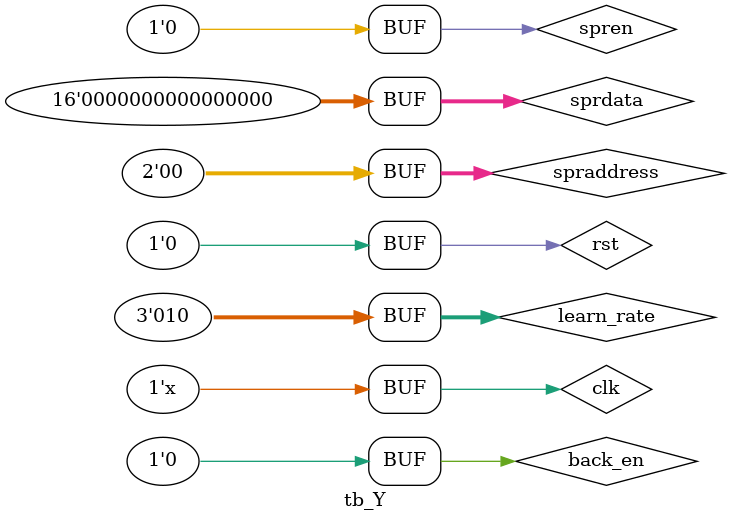
<source format=v>
`timescale 1 ps / 1 ps
module tb_Y();
  wire [7:0] data;
  wire [7:0] wraddress;
  wire wren;
  reg [15:0] sprdata;
  reg [1:0] spraddress;
  reg spren;
  reg [2:0]learn_rate;
  reg back_en;
  wire [23:0] cost;
  wire status, request_in;
  wire [15:0] q0,q1,q2;
  reg rst,clk;
  
  NN_Core NNC(
    .data({1'b0,data,7'b0}),
    .wraddress(wraddress),
    .wren(wren),
    .sprdata(sprdata),
    .spraddress(spraddress),
    .spren(spren),
    .learn_rate(learn_rate),
    .back_en(back_en),
    .status(status),
    .request_in(request_in),
    .q0(q0),.q1(q1),.q2(q2),
    .cost(cost),
    .rst(rst),
    .clk(clk));
  
  slidingwindow SlideIn(
    .count(wraddress),
    .data(data),
    .write_out(wren),
    .clk(clk),
    .rst(rst),
    .request_in(request_in));
  
  initial begin
  sprdata = 16'd0;
  spraddress = 2'b0;
  spren = 1'b0;
  learn_rate = 3'd2;
  back_en = 1'b0;  
  rst = 1'b0;
  clk = 1'b0;
  #300 rst = 1'b1;
  #100 rst = 1'b0;
  end
  
  always #50 clk = !clk;
endmodule
</source>
